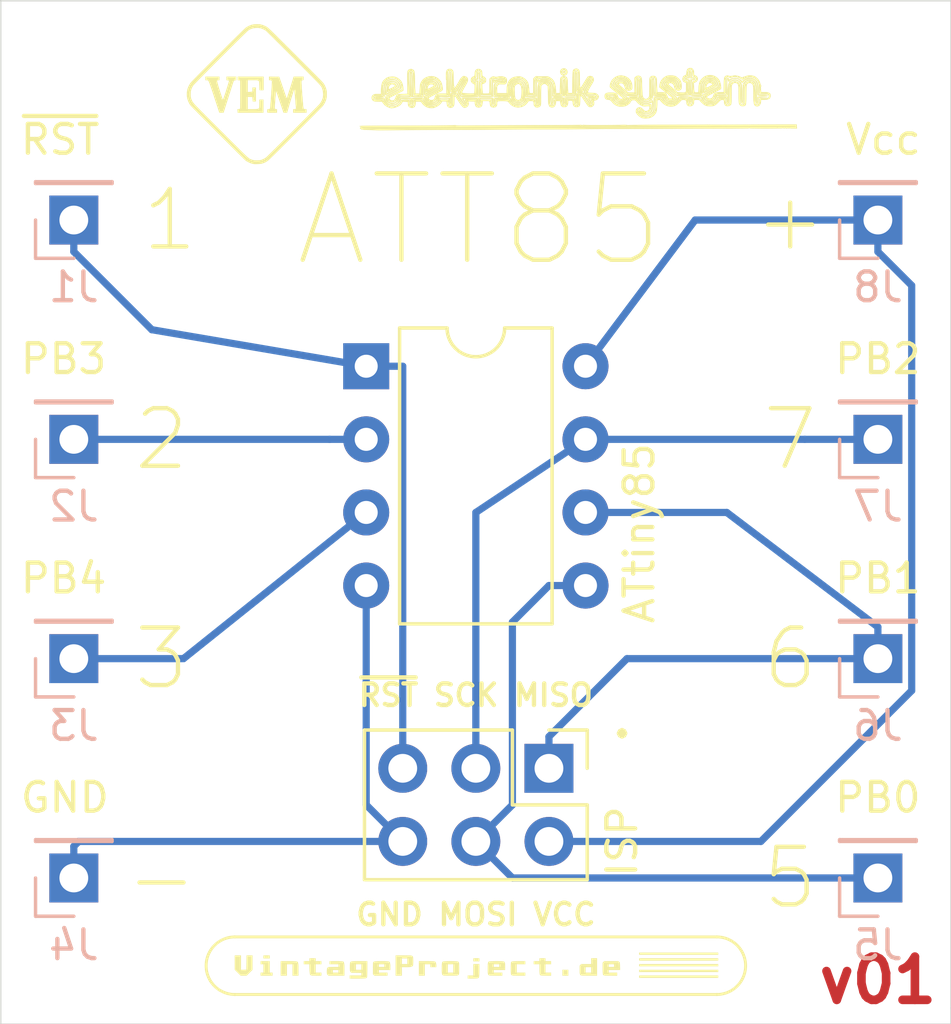
<source format=kicad_pcb>
(kicad_pcb (version 20171130) (host pcbnew "(5.1.2)-1")
  (title_block (title "NKM ATTiny85 Module") (date 2019-05-01) (rev v01) (company VintageProject) (comment 2 "VEB Numerik Karl Marx") (comment 3 "NKM Baukasten 100/150") (comment 4 "ATTiny85 Module"))
  (layers (0 F.Cu signal) (31 B.Cu signal) (34 B.Paste user) (35 F.Paste user) (36 B.SilkS user) (37 F.SilkS user) (38 B.Mask user) (39 F.Mask user) (44 Edge.Cuts user))
  (net 0 "")
  (net 1 "Net-(J2-Pad1)")
  (net 2 "Net-(J3-Pad1)")
  (net 3 /~RST)
  (net 4 GND)
  (net 5 /MOSI)
  (net 6 /MISO)
  (net 7 /SCK)
  (net 8 VCC)
  (module Thilo_Lib:Logo_elektroniksystem_15mm (layer F.Cu) (at 169.904395 61.697724)
    (fp_text reference G*** hide)
    (fp_text value LOGO hide)
  )
  (module Thilo_Lib:Logo_VEM2 (layer F.Cu) (at 158.75 61.668458)
    (fp_text reference G*** hide)
    (fp_text value LOGO hide)
  )
  (module Thilo_Lib:LOGO_VintageProject_F.SilkS (layer F.Cu) (at 166.37 91.948)
    (fp_text reference G*** hide)
    (fp_text value LOGO_VintageProject_F.SilkS hide)
  )
  (module Connector_PinHeader_2.54mm:PinHeader_1x01_P2.54mm_Vertical (layer B.Cu) (at 152.4 66.04)
    (fp_text reference J1 (at 0 2.33) (layer B.SilkS) (effects (justify mirror)))
    (fp_text value Conn_01x01_Male hide)
    (pad 1 thru_hole rect (at 0 0) (size 1.7 1.7) (drill 1) (layers *.Cu *.Mask) (net 3 /~RST))
  )
  (module Connector_PinHeader_2.54mm:PinHeader_1x01_P2.54mm_Vertical (layer B.Cu) (at 152.4 73.66)
    (fp_text reference J2 (at 0 2.33) (layer B.SilkS) (effects (justify mirror)))
    (fp_text value Conn_01x01_Male hide)
    (pad 1 thru_hole rect (at 0 0) (size 1.7 1.7) (drill 1) (layers *.Cu *.Mask) (net 1 "Net-(J2-Pad1)"))
  )
  (module Connector_PinHeader_2.54mm:PinHeader_1x01_P2.54mm_Vertical (layer B.Cu) (at 152.4 81.28)
    (fp_text reference J3 (at 0 2.33) (layer B.SilkS) (effects (justify mirror)))
    (fp_text value Conn_01x01_Male hide)
    (pad 1 thru_hole rect (at 0 0) (size 1.7 1.7) (drill 1) (layers *.Cu *.Mask) (net 2 "Net-(J3-Pad1)"))
  )
  (module Connector_PinHeader_2.54mm:PinHeader_1x01_P2.54mm_Vertical (layer B.Cu) (at 152.4 88.9)
    (fp_text reference J4 (at 0 2.33) (layer B.SilkS) (effects (justify mirror)))
    (fp_text value Conn_01x01_Male hide)
    (pad 1 thru_hole rect (at 0 0) (size 1.7 1.7) (drill 1) (layers *.Cu *.Mask) (net 4 GND))
  )
  (module Connector_PinHeader_2.54mm:PinHeader_1x01_P2.54mm_Vertical (layer B.Cu) (at 180.34 88.9)
    (fp_text reference J5 (at 0 2.33) (layer B.SilkS) (effects (justify mirror)))
    (fp_text value Conn_01x01_Male hide)
    (pad 1 thru_hole rect (at 0 0) (size 1.7 1.7) (drill 1) (layers *.Cu *.Mask) (net 5 /MOSI))
  )
  (module Connector_PinHeader_2.54mm:PinHeader_1x01_P2.54mm_Vertical (layer B.Cu) (at 180.34 81.28)
    (fp_text reference J6 (at 0 2.33) (layer B.SilkS) (effects (justify mirror)))
    (fp_text value Conn_01x01_Male hide)
    (pad 1 thru_hole rect (at 0 0) (size 1.7 1.7) (drill 1) (layers *.Cu *.Mask) (net 6 /MISO))
  )
  (module Connector_PinHeader_2.54mm:PinHeader_1x01_P2.54mm_Vertical (layer B.Cu) (at 180.34 73.66)
    (fp_text reference J7 (at 0 2.33) (layer B.SilkS) (effects (justify mirror)))
    (fp_text value Conn_01x01_Male hide)
    (pad 1 thru_hole rect (at 0 0) (size 1.7 1.7) (drill 1) (layers *.Cu *.Mask) (net 7 /SCK))
  )
  (module Connector_PinHeader_2.54mm:PinHeader_1x01_P2.54mm_Vertical (layer B.Cu) (at 180.34 66.04)
    (fp_text reference J8 (at 0 2.33) (layer B.SilkS) (effects (justify mirror)))
    (fp_text value Conn_01x01_Male hide)
    (pad 1 thru_hole rect (at 0 0) (size 1.7 1.7) (drill 1) (layers *.Cu *.Mask) (net 8 VCC))
  )
  (module Connector_PinHeader_2.54mm:PinHeader_2x03_P2.54mm_Vertical (layer F.Cu) (at 168.91 85.09 270)
    (fp_text reference ISP (at 2.54 -2.54 270) (layer F.SilkS))
    (fp_text value AVR-ISP-6)
    (pad 1 thru_hole rect (at 0 0 270) (size 1.7 1.7) (drill 1) (layers *.Cu *.Mask) (net 6 /MISO))
    (pad 2 thru_hole oval (at 2.54 0 270) (size 1.7 1.7) (drill 1) (layers *.Cu *.Mask) (net 8 VCC))
    (pad 3 thru_hole oval (at 0 2.54 270) (size 1.7 1.7) (drill 1) (layers *.Cu *.Mask) (net 7 /SCK))
    (pad 4 thru_hole oval (at 2.54 2.54 270) (size 1.7 1.7) (drill 1) (layers *.Cu *.Mask) (net 5 /MOSI))
    (pad 5 thru_hole oval (at 0 5.08 270) (size 1.7 1.7) (drill 1) (layers *.Cu *.Mask) (net 3 /~RST))
    (pad 6 thru_hole oval (at 2.54 5.08 270) (size 1.7 1.7) (drill 1) (layers *.Cu *.Mask) (net 4 GND))
  )
  (module Package_DIP:DIP-8_W7.62mm (layer F.Cu) (at 162.56 71.12)
    (fp_text reference U1 hide)
    (fp_text value ATtiny85 (at 9.488075 5.801251 270) (layer F.SilkS))
    (pad 1 thru_hole rect (at 0 0) (size 1.6 1.6) (drill 0.8) (layers *.Cu *.Mask) (net 3 /~RST))
    (pad 5 thru_hole oval (at 7.62 7.62) (size 1.6 1.6) (drill 0.8) (layers *.Cu *.Mask) (net 5 /MOSI))
    (pad 2 thru_hole oval (at 0 2.54) (size 1.6 1.6) (drill 0.8) (layers *.Cu *.Mask) (net 1 "Net-(J2-Pad1)"))
    (pad 6 thru_hole oval (at 7.62 5.08) (size 1.6 1.6) (drill 0.8) (layers *.Cu *.Mask) (net 6 /MISO))
    (pad 3 thru_hole oval (at 0 5.08) (size 1.6 1.6) (drill 0.8) (layers *.Cu *.Mask) (net 2 "Net-(J3-Pad1)"))
    (pad 7 thru_hole oval (at 7.62 2.54) (size 1.6 1.6) (drill 0.8) (layers *.Cu *.Mask) (net 7 /SCK))
    (pad 4 thru_hole oval (at 0 7.62) (size 1.6 1.6) (drill 0.8) (layers *.Cu *.Mask) (net 4 GND))
    (pad 8 thru_hole oval (at 7.62 0) (size 1.6 1.6) (drill 0.8) (layers *.Cu *.Mask) (net 8 VCC))
  )
  (gr_text "GND MOSI VCC" (at 166.37 90.17) (layer F.SilkS) (effects (font (size 0.75 0.75))))
  (gr_text "~RST~ SCK MISO" (at 166.37 82.55) (layer F.SilkS) (effects (font (size 0.75 0.75))))
  (gr_text • (at 171.45 83.82) (layer F.SilkS) (effects (font (size 0.75 0.75))))
  (gr_text v01 (at 180.34 92.456) (layer F.Cu) (effects (font (size 1.5 1.5) (thickness 0.3))))
  (gr_text PB4 (at 152.042762 78.486) (layer F.SilkS) (effects (font (size 1 1))))
  (gr_text GND (at 152.090381 86.106) (layer F.SilkS) (effects (font (size 1 1))))
  (gr_text ~RST (at 151.923715 63.246) (layer F.SilkS) (effects (font (size 1 1))))
  (gr_text PB3 (at 152.042762 70.866) (layer F.SilkS) (effects (font (size 1 1))))
  (gr_text PB0 (at 180.34 86.106) (layer F.SilkS) (effects (font (size 1 1))))
  (gr_text Vcc (at 180.530476 63.246) (layer F.SilkS) (effects (font (size 1 1))))
  (gr_text PB2 (at 180.34 70.866) (layer F.SilkS) (effects (font (size 1 1))))
  (gr_text PB1 (at 180.34 78.486) (layer F.SilkS) (effects (font (size 1 1))))
  (gr_text 7 (at 177.292 73.66) (layer F.SilkS) (effects (font (size 2 2))))
  (gr_text 6 (at 177.292 81.28) (layer F.SilkS) (effects (font (size 2 2))))
  (gr_text 5 (at 177.292 88.9) (layer F.SilkS) (effects (font (size 2 2))))
  (gr_text + (at 177.292 66.04) (layer F.SilkS) (effects (font (size 2 2))))
  (gr_text - (at 155.448 88.9) (layer F.SilkS) (effects (font (size 2 2))))
  (gr_text 3 (at 155.448 81.28) (layer F.SilkS) (effects (font (size 2 2))))
  (gr_text 2 (at 155.448 73.66) (layer F.SilkS) (effects (font (size 2 2))))
  (gr_text 1 (at 155.733714 66.04) (layer F.SilkS) (effects (font (size 2 2))))
  (gr_line (start 182.88 58.42) (end 182.86 58.42) (layer Edge.Cuts) (width 0.05))
  (gr_line (start 182.88 93.98) (end 182.88 93.42) (layer Edge.Cuts) (width 0.05))
  (gr_line (start 149.86 93.98) (end 182.88 93.98) (layer Edge.Cuts) (width 0.05))
  (gr_line (start 149.86 58.42) (end 149.86 93.98) (layer Edge.Cuts) (width 0.05))
  (gr_line (start 182.88 58.42) (end 182.88 93.42) (layer Edge.Cuts) (width 0.05))
  (gr_line (start 149.86 58.42) (end 182.86 58.42) (layer Edge.Cuts) (width 0.05))
  (gr_text ATT85 (at 166.497769 66.04) (layer F.SilkS) (effects (font (size 2.999999 2.999999))))
  (segment (start 161.29 73.66) (end 162.56 73.66) (width 0.25) (layer B.Cu) (net 1))
  (segment (start 152.4 73.66) (end 161.29 73.66) (width 0.25) (layer B.Cu) (net 1))
  (segment (start 156.21 81.28) (end 162.56 76.2) (width 0.25) (layer B.Cu) (net 2))
  (segment (start 152.4 81.28) (end 156.21 81.28) (width 0.25) (layer B.Cu) (net 2))
  (segment (start 152.4 67.14) (end 152.4 66.04) (width 0.25) (layer B.Cu) (net 3))
  (segment (start 155.11 69.85) (end 152.4 67.14) (width 0.25) (layer B.Cu) (net 3))
  (segment (start 162.56 71.12) (end 155.11 69.85) (width 0.25) (layer B.Cu) (net 3))
  (segment (start 163.83 71.12) (end 162.56 71.12) (width 0.25) (layer B.Cu) (net 3))
  (segment (start 163.83 85.09) (end 163.83 71.12) (width 0.25) (layer B.Cu) (net 3))
  (segment (start 152.4 87.8) (end 152.4 88.9) (width 0.25) (layer B.Cu) (net 4))
  (segment (start 152.57 87.63) (end 152.4 87.8) (width 0.25) (layer B.Cu) (net 4))
  (segment (start 163.83 87.63) (end 152.57 87.63) (width 0.25) (layer B.Cu) (net 4))
  (segment (start 162.56 86.36) (end 163.83 87.63) (width 0.25) (layer B.Cu) (net 4))
  (segment (start 162.56 78.74) (end 162.56 86.36) (width 0.25) (layer B.Cu) (net 4))
  (segment (start 167.64 88.9) (end 166.37 87.63) (width 0.25) (layer B.Cu) (net 5))
  (segment (start 180.34 88.9) (end 167.64 88.9) (width 0.25) (layer B.Cu) (net 5))
  (segment (start 168.91 78.74) (end 170.18 78.74) (width 0.25) (layer B.Cu) (net 5))
  (segment (start 167.64 80.01) (end 168.91 78.74) (width 0.25) (layer B.Cu) (net 5))
  (segment (start 166.37 87.63) (end 167.64 86.36) (width 0.25) (layer B.Cu) (net 5))
  (segment (start 167.64 86.36) (end 167.64 80.01) (width 0.25) (layer B.Cu) (net 5))
  (segment (start 168.91 83.99) (end 168.91 85.09) (width 0.25) (layer B.Cu) (net 6))
  (segment (start 171.62 81.28) (end 168.91 83.99) (width 0.25) (layer B.Cu) (net 6))
  (segment (start 180.34 81.28) (end 171.62 81.28) (width 0.25) (layer B.Cu) (net 6))
  (segment (start 180.34 80.18) (end 180.34 81.28) (width 0.25) (layer B.Cu) (net 6))
  (segment (start 170.18 76.2) (end 175.09 76.2) (width 0.25) (layer B.Cu) (net 6))
  (segment (start 175.09 76.2) (end 180.34 80.18) (width 0.25) (layer B.Cu) (net 6))
  (segment (start 166.37 85.09) (end 166.37 76.2) (width 0.25) (layer B.Cu) (net 7))
  (segment (start 166.37 76.2) (end 170.18 73.66) (width 0.25) (layer B.Cu) (net 7))
  (segment (start 177.8 73.66) (end 180.34 73.66) (width 0.25) (layer B.Cu) (net 7))
  (segment (start 170.18 73.66) (end 177.8 73.66) (width 0.25) (layer B.Cu) (net 7))
  (segment (start 180.34 67.14) (end 180.34 66.04) (width 0.25) (layer B.Cu) (net 8))
  (segment (start 181.515001 68.315001) (end 180.34 67.14) (width 0.25) (layer B.Cu) (net 8))
  (segment (start 181.515001 82.390001) (end 181.515001 68.315001) (width 0.25) (layer B.Cu) (net 8))
  (segment (start 176.275002 87.63) (end 181.515001 82.390001) (width 0.25) (layer B.Cu) (net 8))
  (segment (start 168.91 87.63) (end 176.275002 87.63) (width 0.25) (layer B.Cu) (net 8))
  (segment (start 173.99 66.04) (end 170.18 71.12) (width 0.25) (layer B.Cu) (net 8))
  (segment (start 180.34 66.04) (end 173.99 66.04) (width 0.25) (layer B.Cu) (net 8))
)
</source>
